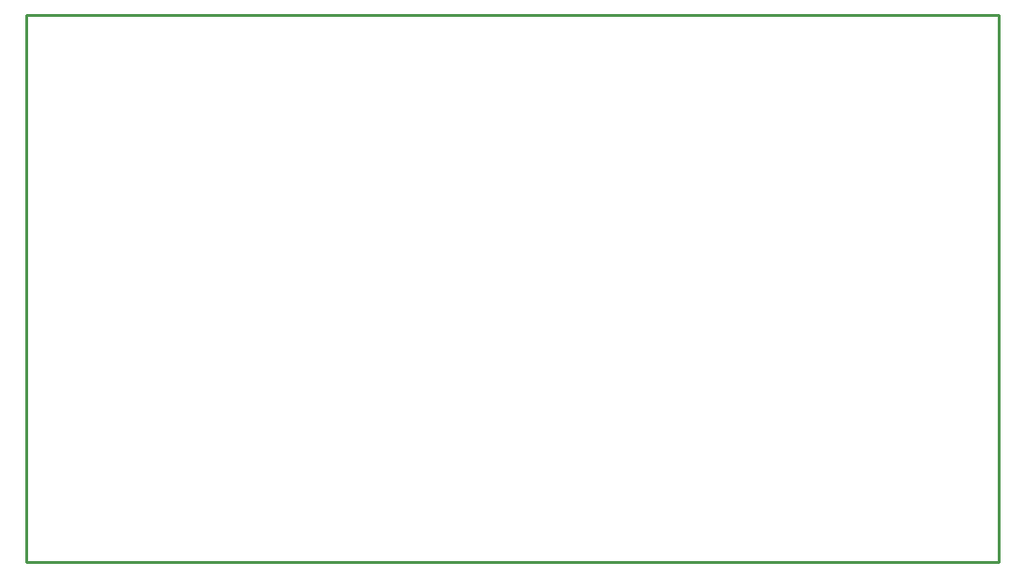
<source format=gm1>
G04*
G04 #@! TF.GenerationSoftware,Altium Limited,Altium Designer,23.3.1 (30)*
G04*
G04 Layer_Color=16711935*
%FSLAX25Y25*%
%MOIN*%
G70*
G04*
G04 #@! TF.SameCoordinates,0926E253-2B7E-4DA0-91A0-339D2320E812*
G04*
G04*
G04 #@! TF.FilePolarity,Positive*
G04*
G01*
G75*
%ADD10C,0.01000*%
D10*
X157000Y423000D02*
X503000D01*
Y228500D02*
Y423000D01*
X157000Y228500D02*
Y423000D01*
Y228500D02*
X503000D01*
M02*

</source>
